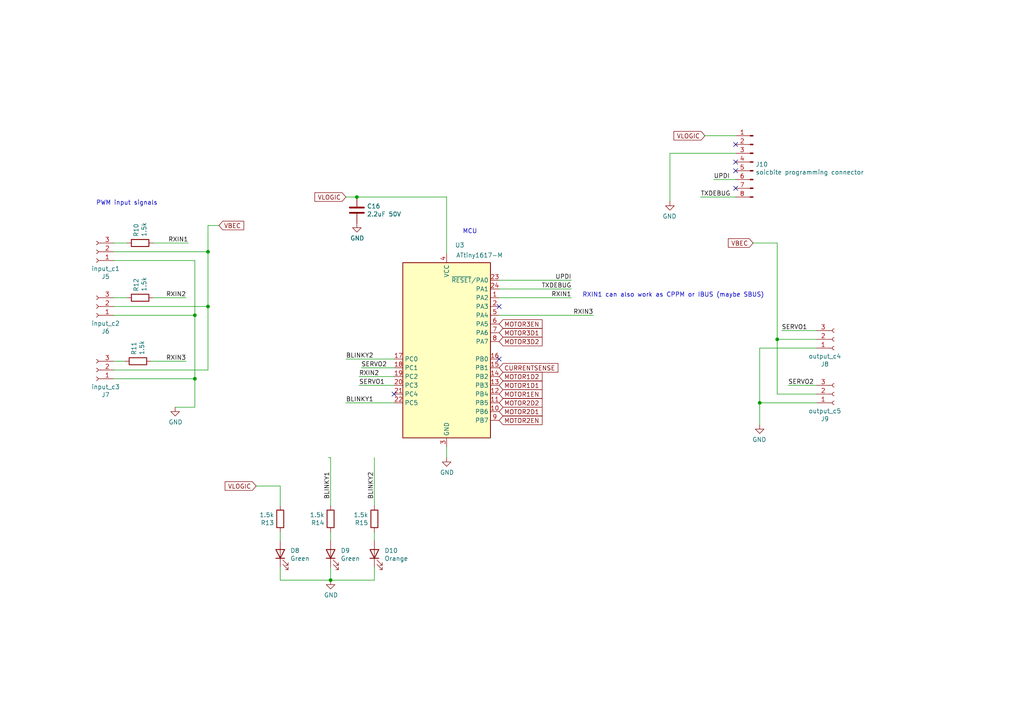
<source format=kicad_sch>
(kicad_sch (version 20210126) (generator eeschema)
  (paper "A4")
  (lib_symbols
    (symbol "Connector:Conn_01x03_Female" (pin_names (offset 1.016) hide)
      (property "Reference" "J" (at 0 5.08 0))
      (property "Value" "Conn_01x03_Female" (at 0 -5.08 0))
      (symbol "Conn_01x03_Female_1_1"
        (arc (start 0 -2.032) (end 0 -3.048) (radius (at 0 -2.54) (length 0.508) (angles 90.1 -90.1)) (stroke (width 0.1524)))
        (arc (start 0 0.508) (end 0 -0.508) (radius (at 0 0) (length 0.508) (angles 90.1 -90.1)) (stroke (width 0.1524)))
        (arc (start 0 3.048) (end 0 2.032) (radius (at 0 2.54) (length 0.508) (angles 90.1 -90.1)) (stroke (width 0.1524)))
        (polyline (pts (xy -1.27 -2.54) (xy -0.508 -2.54)) (stroke (width 0.1524)))
        (polyline (pts (xy -1.27 0) (xy -0.508 0)) (stroke (width 0.1524)))
        (polyline (pts (xy -1.27 2.54) (xy -0.508 2.54)) (stroke (width 0.1524)))
        (pin passive line (at -5.08 2.54 0) (length 3.81) (name "Pin_1") (number "1"))
        (pin passive line (at -5.08 0 0) (length 3.81) (name "Pin_2") (number "2"))
        (pin passive line (at -5.08 -2.54 0) (length 3.81) (name "Pin_3") (number "3"))
      )
    )
    (symbol "Connector:Conn_01x08_Male" (pin_names (offset 1.016) hide)
      (property "Reference" "J" (at 0 10.16 0))
      (property "Value" "Conn_01x08_Male" (at 0 -12.7 0))
      (symbol "Conn_01x08_Male_1_1"
        (rectangle (start 0.8636 -10.033) (end 0 -10.287) (stroke (width 0.1524)) (fill (type outline)))
        (rectangle (start 0.8636 -7.493) (end 0 -7.747) (stroke (width 0.1524)) (fill (type outline)))
        (rectangle (start 0.8636 -4.953) (end 0 -5.207) (stroke (width 0.1524)) (fill (type outline)))
        (rectangle (start 0.8636 -2.413) (end 0 -2.667) (stroke (width 0.1524)) (fill (type outline)))
        (rectangle (start 0.8636 0.127) (end 0 -0.127) (stroke (width 0.1524)) (fill (type outline)))
        (rectangle (start 0.8636 2.667) (end 0 2.413) (stroke (width 0.1524)) (fill (type outline)))
        (rectangle (start 0.8636 5.207) (end 0 4.953) (stroke (width 0.1524)) (fill (type outline)))
        (rectangle (start 0.8636 7.747) (end 0 7.493) (stroke (width 0.1524)) (fill (type outline)))
        (polyline (pts (xy 1.27 -10.16) (xy 0.8636 -10.16)) (stroke (width 0.1524)))
        (polyline (pts (xy 1.27 -7.62) (xy 0.8636 -7.62)) (stroke (width 0.1524)))
        (polyline (pts (xy 1.27 -5.08) (xy 0.8636 -5.08)) (stroke (width 0.1524)))
        (polyline (pts (xy 1.27 -2.54) (xy 0.8636 -2.54)) (stroke (width 0.1524)))
        (polyline (pts (xy 1.27 0) (xy 0.8636 0)) (stroke (width 0.1524)))
        (polyline (pts (xy 1.27 2.54) (xy 0.8636 2.54)) (stroke (width 0.1524)))
        (polyline (pts (xy 1.27 5.08) (xy 0.8636 5.08)) (stroke (width 0.1524)))
        (polyline (pts (xy 1.27 7.62) (xy 0.8636 7.62)) (stroke (width 0.1524)))
        (pin passive line (at 5.08 7.62 180) (length 3.81) (name "Pin_1") (number "1"))
        (pin passive line (at 5.08 5.08 180) (length 3.81) (name "Pin_2") (number "2"))
        (pin passive line (at 5.08 2.54 180) (length 3.81) (name "Pin_3") (number "3"))
        (pin passive line (at 5.08 0 180) (length 3.81) (name "Pin_4") (number "4"))
        (pin passive line (at 5.08 -2.54 180) (length 3.81) (name "Pin_5") (number "5"))
        (pin passive line (at 5.08 -5.08 180) (length 3.81) (name "Pin_6") (number "6"))
        (pin passive line (at 5.08 -7.62 180) (length 3.81) (name "Pin_7") (number "7"))
        (pin passive line (at 5.08 -10.16 180) (length 3.81) (name "Pin_8") (number "8"))
      )
    )
    (symbol "Device:C" (pin_numbers hide) (pin_names (offset 0.254))
      (property "Reference" "C" (at 0.635 2.54 0))
      (property "Value" "C" (at 0.635 -2.54 0))
      (symbol "C_0_1"
        (polyline (pts (xy -2.032 -0.762) (xy 2.032 -0.762)) (stroke (width 0.508)))
        (polyline (pts (xy -2.032 0.762) (xy 2.032 0.762)) (stroke (width 0.508)))
      )
      (symbol "C_1_1"
        (pin passive line (at 0 3.81 270) (length 2.794) (name "~") (number "1"))
        (pin passive line (at 0 -3.81 90) (length 2.794) (name "~") (number "2"))
      )
    )
    (symbol "Device:LED" (pin_numbers hide) (pin_names (offset 1.016) hide)
      (property "Reference" "D" (at 0 2.54 0))
      (property "Value" "LED" (at 0 -2.54 0))
      (symbol "LED_0_1"
        (polyline (pts (xy -1.27 -1.27) (xy -1.27 1.27)) (stroke (width 0.254)))
        (polyline (pts (xy -1.27 0) (xy 1.27 0)))
        (polyline (pts (xy 1.27 -1.27) (xy 1.27 1.27) (xy -1.27 0) (xy 1.27 -1.27)) (stroke (width 0.254)))
        (polyline (pts (xy -3.048 -0.762) (xy -4.572 -2.286) (xy -3.81 -2.286) (xy -4.572 -2.286) (xy -4.572 -1.524)))
        (polyline (pts (xy -1.778 -0.762) (xy -3.302 -2.286) (xy -2.54 -2.286) (xy -3.302 -2.286) (xy -3.302 -1.524)))
      )
      (symbol "LED_1_1"
        (pin passive line (at -3.81 0 0) (length 2.54) (name "K") (number "1"))
        (pin passive line (at 3.81 0 180) (length 2.54) (name "A") (number "2"))
      )
    )
    (symbol "Device:R" (pin_numbers hide) (pin_names (offset 0))
      (property "Reference" "R" (at 2.032 0 90))
      (property "Value" "R" (at 0 0 90))
      (symbol "R_0_1"
        (rectangle (start -1.016 -2.54) (end 1.016 2.54) (stroke (width 0.254)))
      )
      (symbol "R_1_1"
        (pin passive line (at 0 3.81 270) (length 1.27) (name "~") (number "1"))
        (pin passive line (at 0 -3.81 90) (length 1.27) (name "~") (number "2"))
      )
    )
    (symbol "MCU_Microchip_ATtiny:ATtiny1617-M"
      (property "Reference" "U" (at -12.7 26.67 0))
      (property "Value" "ATtiny1617-M" (at 2.54 -26.67 0))
      (symbol "ATtiny1617-M_0_1"
        (rectangle (start -12.7 -25.4) (end 12.7 25.4) (stroke (width 0.254)) (fill (type background)))
      )
      (symbol "ATtiny1617-M_1_1"
        (pin bidirectional line (at 15.24 15.24 180) (length 2.54) (name "PA2") (number "1"))
        (pin bidirectional line (at 15.24 -17.78 180) (length 2.54) (name "PB6") (number "10"))
        (pin bidirectional line (at 15.24 -15.24 180) (length 2.54) (name "PB5") (number "11"))
        (pin bidirectional line (at 15.24 -12.7 180) (length 2.54) (name "PB4") (number "12"))
        (pin bidirectional line (at 15.24 -10.16 180) (length 2.54) (name "PB3") (number "13"))
        (pin bidirectional line (at 15.24 -7.62 180) (length 2.54) (name "PB2") (number "14"))
        (pin bidirectional line (at 15.24 -5.08 180) (length 2.54) (name "PB1") (number "15"))
        (pin bidirectional line (at 15.24 -2.54 180) (length 2.54) (name "PB0") (number "16"))
        (pin bidirectional line (at -15.24 -2.54 0) (length 2.54) (name "PC0") (number "17"))
        (pin bidirectional line (at -15.24 -5.08 0) (length 2.54) (name "PC1") (number "18"))
        (pin bidirectional line (at -15.24 -7.62 0) (length 2.54) (name "PC2") (number "19"))
        (pin bidirectional line (at 15.24 12.7 180) (length 2.54) (name "PA3") (number "2"))
        (pin bidirectional line (at -15.24 -10.16 0) (length 2.54) (name "PC3") (number "20"))
        (pin bidirectional line (at -15.24 -12.7 0) (length 2.54) (name "PC4") (number "21"))
        (pin bidirectional line (at -15.24 -15.24 0) (length 2.54) (name "PC5") (number "22"))
        (pin bidirectional line (at 15.24 20.32 180) (length 2.54) (name "~RESET~/PA0") (number "23"))
        (pin bidirectional line (at 15.24 17.78 180) (length 2.54) (name "PA1") (number "24"))
        (pin passive line (at 0 -27.94 90) (length 2.54) hide (name "GND") (number "25"))
        (pin power_in line (at 0 -27.94 90) (length 2.54) (name "GND") (number "3"))
        (pin power_in line (at 0 27.94 270) (length 2.54) (name "VCC") (number "4"))
        (pin bidirectional line (at 15.24 10.16 180) (length 2.54) (name "PA4") (number "5"))
        (pin bidirectional line (at 15.24 7.62 180) (length 2.54) (name "PA5") (number "6"))
        (pin bidirectional line (at 15.24 5.08 180) (length 2.54) (name "PA6") (number "7"))
        (pin bidirectional line (at 15.24 2.54 180) (length 2.54) (name "PA7") (number "8"))
        (pin bidirectional line (at 15.24 -20.32 180) (length 2.54) (name "PB7") (number "9"))
      )
    )
    (symbol "power:GND" (power) (pin_names (offset 0))
      (property "Value" "GND" (at 0 -3.81 0))
      (symbol "GND_0_1"
        (polyline (pts (xy 0 0) (xy 0 -1.27) (xy 1.27 -1.27) (xy 0 -2.54) (xy -1.27 -1.27) (xy 0 -1.27)))
      )
      (symbol "GND_1_1"
        (pin power_in line (at 0 0 270) (length 0) hide (name "GND") (number "1"))
      )
    )
  )
  (junction (at 56.515 91.44) (diameter 0.9144))
  (junction (at 56.515 109.855) (diameter 0.9144))
  (junction (at 60.325 73.025) (diameter 0.9144))
  (junction (at 60.325 88.9) (diameter 0.9144))
  (junction (at 95.885 168.275) (diameter 0.9144))
  (junction (at 103.505 57.15) (diameter 0.9144))
  (junction (at 220.345 116.84) (diameter 0.9144))
  (junction (at 225.425 98.425) (diameter 0.9144))
  (no_connect (at 114.3 114.3))
  (no_connect (at 144.78 88.9))
  (no_connect (at 144.78 104.14))
  (no_connect (at 213.36 41.91))
  (no_connect (at 213.36 46.99))
  (no_connect (at 213.36 49.53))
  (no_connect (at 213.36 54.61))
  (wire (pts (xy 33.02 70.485) (xy 36.83 70.485)))
  (wire (pts (xy 33.02 73.025) (xy 60.325 73.025)))
  (wire (pts (xy 33.02 75.565) (xy 56.515 75.565)))
  (wire (pts (xy 33.02 86.36) (xy 36.83 86.36)))
  (wire (pts (xy 33.02 88.9) (xy 60.325 88.9)))
  (wire (pts (xy 33.02 91.44) (xy 56.515 91.44)))
  (wire (pts (xy 33.02 104.775) (xy 36.195 104.775)))
  (wire (pts (xy 33.02 107.315) (xy 60.325 107.315)))
  (wire (pts (xy 33.02 109.855) (xy 56.515 109.855)))
  (wire (pts (xy 43.815 104.775) (xy 53.975 104.775)))
  (wire (pts (xy 44.45 70.485) (xy 54.61 70.485)))
  (wire (pts (xy 44.45 86.36) (xy 53.975 86.36)))
  (wire (pts (xy 56.515 75.565) (xy 56.515 91.44)))
  (wire (pts (xy 56.515 91.44) (xy 56.515 109.855)))
  (wire (pts (xy 56.515 109.855) (xy 56.515 118.11)))
  (wire (pts (xy 56.515 118.11) (xy 50.8 118.11)))
  (wire (pts (xy 60.325 65.405) (xy 63.5 65.405)))
  (wire (pts (xy 60.325 73.025) (xy 60.325 65.405)))
  (wire (pts (xy 60.325 88.9) (xy 60.325 73.025)))
  (wire (pts (xy 60.325 107.315) (xy 60.325 88.9)))
  (wire (pts (xy 74.295 140.97) (xy 81.28 140.97)))
  (wire (pts (xy 81.28 140.97) (xy 81.28 146.685)))
  (wire (pts (xy 81.28 154.305) (xy 81.28 156.845)))
  (wire (pts (xy 81.28 164.465) (xy 81.28 168.275)))
  (wire (pts (xy 81.28 168.275) (xy 95.885 168.275)))
  (wire (pts (xy 95.25 132.715) (xy 95.885 132.715)))
  (wire (pts (xy 95.885 146.685) (xy 95.885 132.715)))
  (wire (pts (xy 95.885 154.305) (xy 95.885 156.845)))
  (wire (pts (xy 95.885 168.275) (xy 95.885 164.465)))
  (wire (pts (xy 95.885 168.275) (xy 108.585 168.275)))
  (wire (pts (xy 100.33 57.15) (xy 103.505 57.15)))
  (wire (pts (xy 100.33 104.14) (xy 114.3 104.14)))
  (wire (pts (xy 100.33 116.84) (xy 114.3 116.84)))
  (wire (pts (xy 103.505 57.15) (xy 129.54 57.15)))
  (wire (pts (xy 104.14 109.22) (xy 114.3 109.22)))
  (wire (pts (xy 104.14 111.76) (xy 114.3 111.76)))
  (wire (pts (xy 104.775 106.68) (xy 114.3 106.68)))
  (wire (pts (xy 108.585 132.715) (xy 108.585 146.685)))
  (wire (pts (xy 108.585 154.305) (xy 108.585 156.845)))
  (wire (pts (xy 108.585 168.275) (xy 108.585 164.465)))
  (wire (pts (xy 129.54 57.15) (xy 129.54 73.66)))
  (wire (pts (xy 129.54 129.54) (xy 129.54 132.715)))
  (wire (pts (xy 144.78 81.28) (xy 165.735 81.28)))
  (wire (pts (xy 144.78 83.82) (xy 165.735 83.82)))
  (wire (pts (xy 144.78 86.36) (xy 165.735 86.36)))
  (wire (pts (xy 144.78 91.44) (xy 172.085 91.44)))
  (wire (pts (xy 194.31 44.45) (xy 194.31 58.42)))
  (wire (pts (xy 204.47 39.37) (xy 213.36 39.37)))
  (wire (pts (xy 213.36 44.45) (xy 194.31 44.45)))
  (wire (pts (xy 213.36 52.07) (xy 207.01 52.07)))
  (wire (pts (xy 213.36 57.15) (xy 203.2 57.15)))
  (wire (pts (xy 220.345 100.965) (xy 220.345 116.84)))
  (wire (pts (xy 220.345 116.84) (xy 220.345 123.19)))
  (wire (pts (xy 220.345 116.84) (xy 236.855 116.84)))
  (wire (pts (xy 225.425 70.485) (xy 218.44 70.485)))
  (wire (pts (xy 225.425 70.485) (xy 225.425 98.425)))
  (wire (pts (xy 225.425 98.425) (xy 225.425 114.3)))
  (wire (pts (xy 226.695 95.885) (xy 236.855 95.885)))
  (wire (pts (xy 228.6 111.76) (xy 236.855 111.76)))
  (wire (pts (xy 236.855 98.425) (xy 225.425 98.425)))
  (wire (pts (xy 236.855 100.965) (xy 220.345 100.965)))
  (wire (pts (xy 236.855 114.3) (xy 225.425 114.3)))
  (text "PWM input signals" (at 45.72 59.69 180) (effects (font (size 1.27 1.27)) (justify right bottom)))
  (text "MCU\n" (at 138.43 67.945 180) (effects (font (size 1.27 1.27)) (justify right bottom)))
  (text "RXIN1 can also work as CPPM or IBUS (maybe SBUS)" (at 168.91 86.36 0) (effects (font (size 1.27 1.27)) (justify left bottom)))
  (label "RXIN2" (at 53.975 86.36 180))
  (label "RXIN3" (at 53.975 104.775 180))
  (label "RXIN1" (at 54.61 70.485 180))
  (label "BLINKY1" (at 95.885 144.78 90))
  (label "BLINKY2" (at 100.33 104.14 0))
  (label "BLINKY1" (at 100.33 116.84 0))
  (label "RXIN2" (at 104.14 109.22 0))
  (label "SERVO1" (at 104.14 111.76 0))
  (label "SERVO2" (at 104.775 106.68 0))
  (label "BLINKY2" (at 108.585 144.78 90))
  (label "UPDI" (at 165.735 81.28 180))
  (label "TXDEBUG" (at 165.735 83.82 180))
  (label "RXIN1" (at 165.735 86.36 180))
  (label "RXIN3" (at 172.085 91.44 180))
  (label "TXDEBUG" (at 203.2 57.15 0))
  (label "UPDI" (at 207.01 52.07 0))
  (label "SERVO1" (at 226.695 95.885 0))
  (label "SERVO2" (at 228.6 111.76 0))
  (global_label "VBEC" (shape input) (at 63.5 65.405 0) (property "Intersheet References" "${INTERSHEET_REFS}" (effects hide)))
  (global_label "VLOGIC" (shape input) (at 74.295 140.97 180) (property "Intersheet References" "${INTERSHEET_REFS}" (effects hide)))
  (global_label "VLOGIC" (shape input) (at 100.33 57.15 180) (property "Intersheet References" "${INTERSHEET_REFS}" (effects hide)))
  (global_label "MOTOR3EN" (shape input) (at 144.78 93.98 0) (property "Intersheet References" "${INTERSHEET_REFS}" (effects hide)))
  (global_label "MOTOR3D1" (shape input) (at 144.78 96.52 0) (property "Intersheet References" "${INTERSHEET_REFS}" (effects hide)))
  (global_label "MOTOR3D2" (shape input) (at 144.78 99.06 0) (property "Intersheet References" "${INTERSHEET_REFS}" (effects hide)))
  (global_label "CURRENTSENSE" (shape input) (at 144.78 106.68 0) (property "Intersheet References" "${INTERSHEET_REFS}" (effects hide)))
  (global_label "MOTOR1D2" (shape input) (at 144.78 109.22 0) (property "Intersheet References" "${INTERSHEET_REFS}" (effects hide)))
  (global_label "MOTOR1D1" (shape input) (at 144.78 111.76 0) (property "Intersheet References" "${INTERSHEET_REFS}" (effects hide)))
  (global_label "MOTOR1EN" (shape input) (at 144.78 114.3 0) (property "Intersheet References" "${INTERSHEET_REFS}" (effects hide)))
  (global_label "MOTOR2D2" (shape input) (at 144.78 116.84 0) (property "Intersheet References" "${INTERSHEET_REFS}" (effects hide)))
  (global_label "MOTOR2D1" (shape input) (at 144.78 119.38 0) (property "Intersheet References" "${INTERSHEET_REFS}" (effects hide)))
  (global_label "MOTOR2EN" (shape input) (at 144.78 121.92 0) (property "Intersheet References" "${INTERSHEET_REFS}" (effects hide)))
  (global_label "VLOGIC" (shape input) (at 204.47 39.37 180) (property "Intersheet References" "${INTERSHEET_REFS}" (effects hide)))
  (global_label "VBEC" (shape input) (at 218.44 70.485 180) (property "Intersheet References" "${INTERSHEET_REFS}" (effects hide)))
  (symbol (lib_id "power:GND") (at 50.8 118.11 0) (unit 1)
    (property "Reference" "#PWR017" (effects hide))
    (property "Value" "GND" (at 50.9143 122.4344 0))
  )
  (symbol (lib_id "power:GND") (at 95.885 168.275 0) (unit 1)
    (property "Reference" "#PWR018" (effects hide))
    (property "Value" "GND" (at 95.9993 172.5994 0))
  )
  (symbol (lib_id "power:GND") (at 103.505 64.77 0) (unit 1)
    (property "Reference" "#PWR015" (effects hide))
    (property "Value" "GND" (at 103.6193 69.0944 0))
  )
  (symbol (lib_id "power:GND") (at 129.54 132.715 0) (unit 1)
    (property "Reference" "#PWR016" (effects hide))
    (property "Value" "GND" (at 129.6543 137.0394 0))
  )
  (symbol (lib_id "power:GND") (at 194.31 58.42 0) (mirror y) (unit 1)
    (property "Reference" "#PWR021" (effects hide))
    (property "Value" "GND" (at 194.1957 62.7444 0))
  )
  (symbol (lib_id "power:GND") (at 220.345 123.19 0) (mirror y) (unit 1)
    (property "Reference" "#PWR020" (effects hide))
    (property "Value" "GND" (at 220.2307 127.5144 0))
  )
  (symbol (lib_id "Device:R") (at 40.005 104.775 90) (unit 1)
    (property "Reference" "R11" (at 38.856 102.997 0) (effects (justify left)))
    (property "Value" "1.5k" (at 41.154 102.997 0) (effects (justify left)))
    (property "Footprint" "Resistor_SMD:R_0805_2012Metric" (effects hide))
    (property "LCSC" "C4310" (effects hide))
  )
  (symbol (lib_id "Device:R") (at 40.64 70.485 90) (unit 1)
    (property "Reference" "R10" (at 39.491 68.707 0) (effects (justify left)))
    (property "Value" "1.5k" (at 41.789 68.707 0) (effects (justify left)))
    (property "Footprint" "Resistor_SMD:R_0805_2012Metric" (effects hide))
    (property "LCSC" "C4310" (effects hide))
  )
  (symbol (lib_id "Device:R") (at 40.64 86.36 90) (unit 1)
    (property "Reference" "R12" (at 39.491 84.582 0) (effects (justify left)))
    (property "Value" "1.5k" (at 41.789 84.582 0) (effects (justify left)))
    (property "Footprint" "Resistor_SMD:R_0805_2012Metric" (effects hide))
    (property "LCSC" "C4310" (effects hide))
  )
  (symbol (lib_id "Device:R") (at 81.28 150.495 180) (unit 1)
    (property "Reference" "R13" (at 79.502 151.644 0) (effects (justify left)))
    (property "Value" "1.5k" (at 79.502 149.346 0) (effects (justify left)))
    (property "Footprint" "Resistor_SMD:R_0805_2012Metric" (effects hide))
    (property "LCSC" "C4310" (effects hide))
  )
  (symbol (lib_id "Device:R") (at 95.885 150.495 180) (unit 1)
    (property "Reference" "R14" (at 94.107 151.644 0) (effects (justify left)))
    (property "Value" "1.5k" (at 94.107 149.346 0) (effects (justify left)))
    (property "Footprint" "Resistor_SMD:R_0805_2012Metric" (effects hide))
    (property "LCSC" "C4310" (effects hide))
  )
  (symbol (lib_id "Device:R") (at 108.585 150.495 180) (unit 1)
    (property "Reference" "R15" (at 106.807 151.644 0) (effects (justify left)))
    (property "Value" "1.5k" (at 106.807 149.346 0) (effects (justify left)))
    (property "Footprint" "Resistor_SMD:R_0805_2012Metric" (effects hide))
    (property "LCSC" "C4310" (effects hide))
  )
  (symbol (lib_id "Device:LED") (at 81.28 160.655 90) (unit 1)
    (property "Reference" "D8" (at 84.2011 159.6961 90) (effects (justify right)))
    (property "Value" "Green" (at 84.201 161.995 90) (effects (justify right)))
    (property "Footprint" "LED_SMD:LED_0805_2012Metric" (effects hide))
    (property "LCSC" "C2297" (effects hide))
  )
  (symbol (lib_id "Device:LED") (at 95.885 160.655 90) (unit 1)
    (property "Reference" "D9" (at 98.8061 159.6961 90) (effects (justify right)))
    (property "Value" "Green" (at 98.806 161.995 90) (effects (justify right)))
    (property "Footprint" "LED_SMD:LED_0805_2012Metric" (effects hide))
    (property "LCSC" "C2297" (effects hide))
  )
  (symbol (lib_id "Device:LED") (at 108.585 160.655 90) (unit 1)
    (property "Reference" "D10" (at 111.5061 159.6961 90) (effects (justify right)))
    (property "Value" "Orange" (at 111.506 161.995 90) (effects (justify right)))
    (property "Footprint" "LED_SMD:LED_0805_2012Metric" (effects hide))
    (property "LCSC" "C84262" (effects hide))
  )
  (symbol (lib_id "Device:C") (at 103.505 60.96 0) (unit 1)
    (property "Reference" "C16" (at 106.4261 59.8106 0) (effects (justify left)))
    (property "Value" "2.2uF 50V" (at 106.4261 62.1093 0) (effects (justify left)))
    (property "Footprint" "Capacitor_SMD:C_1206_3216Metric" (effects hide))
    (property "LCSC" "C50254" (effects hide))
  )
  (symbol (lib_id "Connector:Conn_01x03_Female") (at 27.94 73.025 180) (unit 1)
    (property "Reference" "J5" (at 30.6324 80.2324 0))
    (property "Value" "input_c1" (at 30.632 77.934 0))
    (property "Footprint" "Connector_PinHeader_2.54mm:PinHeader_1x03_P2.54mm_Vertical" (effects hide))
  )
  (symbol (lib_id "Connector:Conn_01x03_Female") (at 27.94 88.9 180) (unit 1)
    (property "Reference" "J6" (at 30.6324 96.1074 0))
    (property "Value" "input_c2" (at 30.632 93.809 0))
    (property "Footprint" "Connector_PinHeader_2.54mm:PinHeader_1x03_P2.54mm_Vertical" (effects hide))
  )
  (symbol (lib_id "Connector:Conn_01x03_Female") (at 27.94 107.315 180) (unit 1)
    (property "Reference" "J7" (at 30.6324 114.5224 0))
    (property "Value" "input_c3" (at 30.632 112.224 0))
    (property "Footprint" "Connector_PinHeader_2.54mm:PinHeader_1x03_P2.54mm_Vertical" (effects hide))
  )
  (symbol (lib_id "Connector:Conn_01x03_Female") (at 241.935 98.425 0) (mirror x) (unit 1)
    (property "Reference" "J8" (at 239.2426 105.6324 0))
    (property "Value" "output_c4" (at 239.243 103.334 0))
    (property "Footprint" "Connector_PinHeader_2.54mm:PinHeader_1x03_P2.54mm_Vertical" (effects hide))
  )
  (symbol (lib_id "Connector:Conn_01x03_Female") (at 241.935 114.3 0) (mirror x) (unit 1)
    (property "Reference" "J9" (at 239.2426 121.5074 0))
    (property "Value" "output_c5" (at 239.243 119.209 0))
    (property "Footprint" "Connector_PinHeader_2.54mm:PinHeader_1x03_P2.54mm_Vertical" (effects hide))
  )
  (symbol (lib_id "Connector:Conn_01x08_Male") (at 218.44 46.99 0) (mirror y) (unit 1)
    (property "Reference" "J10" (at 219.1513 47.6694 0) (effects (justify right)))
    (property "Value" "soicbite programming connector" (at 219.151 49.968 0) (effects (justify right)))
    (property "Footprint" "beetletriple:SOIC_clipProgSmall" (effects hide))
  )
  (symbol (lib_id "MCU_Microchip_ATtiny:ATtiny1617-M") (at 129.54 101.6 0) (unit 1)
    (property "Reference" "U3" (at 133.35 71.1008 0))
    (property "Value" "ATtiny1617-M" (at 139.065 74.0345 0))
    (property "Footprint" "beetletriple:qfn24-hand1" (effects hide))
    (property "Datasheet" "http://ww1.microchip.com/downloads/en/DeviceDoc/ATtiny3217_1617-Data-Sheet-40001999B.pdf" (effects hide))
    (property "LCSC" "C194193" (effects hide))
  )
)
</source>
